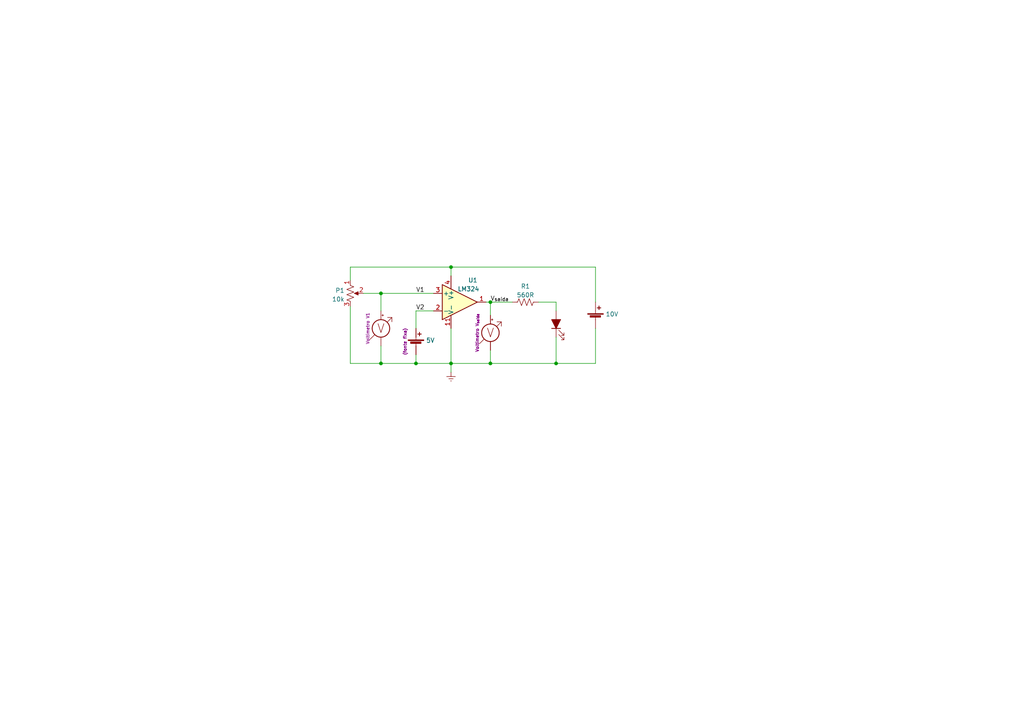
<source format=kicad_sch>
(kicad_sch (version 20211123) (generator eeschema)
  (paper "A4")
  (lib_symbols
    (symbol "Device:Battery_Cell" (pin_numbers hide) (pin_names (offset 0) hide)
      (property "Reference" "BT" (at 2.54 2.54 0))
      (property "Value" "Battery_Cell" (at 2.54 0 0))
      (symbol "Battery_Cell_0_1"
        (rectangle (start -2.286 1.778) (end 2.286 1.524) (fill (type outline)))
        (rectangle (start -1.5748 1.1938) (end 1.4732 0.6858) (fill (type outline)))
        (polyline (pts (xy 0 0.762) (xy 0 0)))
        (polyline (pts (xy 0 1.778) (xy 0 2.54)))
        (polyline (pts (xy 0.508 3.429) (xy 1.524 3.429)) (stroke (width 0.254)))
        (polyline (pts (xy 1.016 3.937) (xy 1.016 2.921)) (stroke (width 0.254)))
      )
      (symbol "Battery_Cell_1_1"
        (pin passive line (at 0 5.08 270) (length 2.54) (name "+") (number "1"))
        (pin passive line (at 0 -2.54 90) (length 2.54) (name "-") (number "2"))
      )
    )
    (symbol "Device:LED_Filled" (pin_numbers hide) (pin_names (offset 1.016) hide)
      (property "Reference" "D" (at 0 2.54 0))
      (property "Value" "LED_Filled" (at 0 -2.54 0))
      (symbol "LED_Filled_0_1"
        (polyline (pts (xy -1.27 -1.27) (xy -1.27 1.27)) (stroke (width 0.254)))
        (polyline (pts (xy -1.27 0) (xy 1.27 0)))
        (polyline (pts (xy 1.27 -1.27) (xy 1.27 1.27) (xy -1.27 0) (xy 1.27 -1.27)) (stroke (width 0.254)) (fill (type outline)))
        (polyline (pts (xy -3.048 -0.762) (xy -4.572 -2.286) (xy -3.81 -2.286) (xy -4.572 -2.286) (xy -4.572 -1.524)))
        (polyline (pts (xy -1.778 -0.762) (xy -3.302 -2.286) (xy -2.54 -2.286) (xy -3.302 -2.286) (xy -3.302 -1.524)))
      )
      (symbol "LED_Filled_1_1"
        (pin passive line (at -3.81 0 0) (length 2.54) (name "K") (number "1"))
        (pin passive line (at 3.81 0 180) (length 2.54) (name "A") (number "2"))
      )
    )
    (symbol "Device:R_Potentiometer_US" (pin_names (offset 1.016) hide)
      (property "Reference" "RV" (at -4.445 0 90))
      (property "Value" "R_Potentiometer_US" (at -2.54 0 90))
      (symbol "R_Potentiometer_US_0_1"
        (polyline (pts (xy 0 -2.286) (xy 0 -2.54)))
        (polyline (pts (xy 0 2.54) (xy 0 2.286)))
        (polyline (pts (xy 2.54 0) (xy 1.524 0)))
        (polyline (pts (xy 1.143 0) (xy 2.286 0.508) (xy 2.286 -0.508) (xy 1.143 0)) (fill (type outline)))
        (polyline (pts (xy 0 -0.762) (xy 1.016 -1.143) (xy 0 -1.524) (xy -1.016 -1.905) (xy 0 -2.286)))
        (polyline (pts (xy 0 0.762) (xy 1.016 0.381) (xy 0 0) (xy -1.016 -0.381) (xy 0 -0.762)))
        (polyline (pts (xy 0 2.286) (xy 1.016 1.905) (xy 0 1.524) (xy -1.016 1.143) (xy 0 0.762)))
      )
      (symbol "R_Potentiometer_US_1_1"
        (pin passive line (at 0 3.81 270) (length 1.27) (name "1") (number "1"))
        (pin passive line (at 3.81 0 180) (length 1.27) (name "2") (number "2"))
        (pin passive line (at 0 -3.81 90) (length 1.27) (name "3") (number "3"))
      )
    )
    (symbol "Device:R_US" (pin_numbers hide) (pin_names (offset 0))
      (property "Reference" "R" (at 2.54 0 90))
      (property "Value" "R_US" (at -2.54 0 90))
      (symbol "R_US_0_1"
        (polyline (pts (xy 0 -2.286) (xy 0 -2.54)))
        (polyline (pts (xy 0 2.286) (xy 0 2.54)))
        (polyline (pts (xy 0 -0.762) (xy 1.016 -1.143) (xy 0 -1.524) (xy -1.016 -1.905) (xy 0 -2.286)))
        (polyline (pts (xy 0 0.762) (xy 1.016 0.381) (xy 0 0) (xy -1.016 -0.381) (xy 0 -0.762)))
        (polyline (pts (xy 0 2.286) (xy 1.016 1.905) (xy 0 1.524) (xy -1.016 1.143) (xy 0 0.762)))
      )
      (symbol "R_US_1_1"
        (pin passive line (at 0 3.81 270) (length 1.27) (name "~") (number "1"))
        (pin passive line (at 0 -3.81 90) (length 1.27) (name "~") (number "2"))
      )
    )
    (symbol "Device:Voltmeter_DC" (pin_numbers hide) (pin_names (offset 0.0254) hide)
      (property "Reference" "MES" (at -3.302 1.016 0))
      (property "Value" "Voltmeter_DC" (at -3.302 -0.762 0))
      (symbol "Voltmeter_DC_0_0"
        (polyline (pts (xy -3.175 -3.175) (xy -1.905 -1.905)))
        (polyline (pts (xy 1.905 1.905) (xy 3.175 3.175)))
        (polyline (pts (xy 1.905 3.175) (xy 3.175 3.175) (xy 3.175 1.905)))
        (text "V" (at 0 0 0) (effects (font (size 2.54 2.54))))
      )
      (symbol "Voltmeter_DC_0_1"
        (polyline (pts (xy 0.254 3.81) (xy 0.762 3.81)))
        (polyline (pts (xy 0.508 4.064) (xy 0.508 3.556)))
        (circle (center 0 0) (radius 2.54) (stroke (width 0.254)))
      )
      (symbol "Voltmeter_DC_1_1"
        (pin passive line (at 0 -5.08 90) (length 2.54) (name "-") (number "1"))
        (pin passive line (at 0 5.08 270) (length 2.54) (name "+") (number "2"))
      )
    )
    (symbol "power:Earth" (power) (pin_names (offset 0))
      (symbol "Earth_0_1"
        (polyline (pts (xy -0.635 -1.905) (xy 0.635 -1.905)))
        (polyline (pts (xy -0.127 -2.54) (xy 0.127 -2.54)))
        (polyline (pts (xy 0 -1.27) (xy 0 0)))
        (polyline (pts (xy 1.27 -1.27) (xy -1.27 -1.27)))
      )
      (symbol "Earth_1_1"
        (pin power_in line (at 0 0 270) (length 0) hide (name "Earth") (number "1"))
      )
    )
    (symbol "pspice:OPAMP" (pin_names (offset 0.254))
      (property "Value" "OPAMP" (at 2.54 3.81 0))
      (symbol "OPAMP_0_1"
        (polyline (pts (xy 5.08 0) (xy -5.08 5.08) (xy -5.08 -5.08) (xy 5.08 0)) (stroke (width 0.254)) (fill (type background)))
      )
      (symbol "OPAMP_1_1"
        (pin output line (at 7.62 0 180) (length 2.54) (name "~") (number "1"))
        (pin power_in line (at -2.54 -7.62 90) (length 3.81) (name "V-") (number "11"))
        (pin input line (at -7.62 -2.54 0) (length 2.54) (name "-") (number "2"))
        (pin input line (at -7.62 2.54 0) (length 2.54) (name "+") (number "3"))
        (pin power_in line (at -2.54 7.62 270) (length 3.81) (name "V+") (number "4"))
      )
    )
  )
  (junction (at 110.49 85.09))
  (junction (at 130.81 105.41))
  (junction (at 142.24 87.63))
  (junction (at 161.29 105.41))
  (junction (at 120.65 105.41))
  (junction (at 110.49 105.41))
  (junction (at 142.24 105.41))
  (junction (at 130.81 77.47))
  (wire (pts (xy 142.24 87.63) (xy 142.24 91.44)))
  (wire (pts (xy 130.81 80.01) (xy 130.81 77.47)))
  (wire (pts (xy 140.97 87.63) (xy 142.24 87.63)))
  (wire (pts (xy 120.65 105.41) (xy 130.81 105.41)))
  (wire (pts (xy 130.81 105.41) (xy 142.24 105.41)))
  (wire (pts (xy 120.65 90.17) (xy 120.65 95.25)))
  (wire (pts (xy 105.41 85.09) (xy 110.49 85.09)))
  (wire (pts (xy 130.81 107.95) (xy 130.81 105.41)))
  (wire (pts (xy 110.49 85.09) (xy 125.73 85.09)))
  (wire (pts (xy 161.29 87.63) (xy 161.29 90.17)))
  (wire (pts (xy 110.49 85.09) (xy 110.49 90.17)))
  (wire (pts (xy 120.65 102.87) (xy 120.65 105.41)))
  (wire (pts (xy 172.72 95.25) (xy 172.72 105.41)))
  (wire (pts (xy 101.6 77.47) (xy 101.6 81.28)))
  (wire (pts (xy 130.81 77.47) (xy 172.72 77.47)))
  (wire (pts (xy 110.49 100.33) (xy 110.49 105.41)))
  (wire (pts (xy 142.24 101.6) (xy 142.24 105.41)))
  (wire (pts (xy 161.29 97.79) (xy 161.29 105.41)))
  (wire (pts (xy 101.6 88.9) (xy 101.6 105.41)))
  (wire (pts (xy 142.24 105.41) (xy 161.29 105.41)))
  (wire (pts (xy 125.73 90.17) (xy 120.65 90.17)))
  (wire (pts (xy 142.24 87.63) (xy 148.59 87.63)))
  (wire (pts (xy 130.81 77.47) (xy 101.6 77.47)))
  (wire (pts (xy 110.49 105.41) (xy 120.65 105.41)))
  (wire (pts (xy 156.21 87.63) (xy 161.29 87.63)))
  (wire (pts (xy 172.72 77.47) (xy 172.72 87.63)))
  (wire (pts (xy 130.81 95.25) (xy 130.81 105.41)))
  (wire (pts (xy 101.6 105.41) (xy 110.49 105.41)))
  (wire (pts (xy 161.29 105.41) (xy 172.72 105.41)))
  (label "V_{saída}" (at 142.24 87.63 0))
  (label "V1" (at 120.65 85.09 0))
  (label "V2" (at 120.65 90.17 0))
  (symbol (lib_id "Device:R_Potentiometer_US") (at 101.6 85.09 0) (unit 1)
    (property "Reference" "P1" (at 99.9491 84.2553 0) (effects (justify right)))
    (property "Value" "10k" (at 99.9491 86.7922 0) (effects (justify right)))
  )
  (symbol (lib_id "Device:Voltmeter_DC") (at 110.49 95.25 0) (unit 1)
    (property "Reference" "MES1" (effects hide))
    (property "Value" "Voltmeter_DC" (effects hide))
    (property "Observação" "Voltímetro V1" (at 106.68 95.25 90) (effects (font (size 0.889 0.889))))
  )
  (symbol (lib_id "pspice:OPAMP") (at 133.35 87.63 0) (unit 1)
    (property "Reference" "U1" (at 137.16 81.28 0))
    (property "Value" "LM324" (at 135.89 83.82 0))
  )
  (symbol (lib_id "Device:Battery_Cell") (at 172.72 92.71 0) (unit 1)
    (property "Reference" "BT2" (effects hide))
    (property "Value" "10V" (at 175.641 91.1118 0) (effects (justify left)))
    (property "Observação" "(fonte da bancada)" (effects hide))
  )
  (symbol (lib_id "Device:LED_Filled") (at 161.29 93.98 90) (unit 1)
    (property "Reference" "D1" (effects hide))
    (property "Value" "LED" (effects hide))
  )
  (symbol (lib_id "Device:R_US") (at 152.4 87.63 90) (unit 1)
    (property "Reference" "R1" (at 152.4 83.0412 90))
    (property "Value" "560R" (at 152.4 85.5781 90))
  )
  (symbol (lib_id "power:Earth") (at 130.81 107.95 0) (unit 1)
    (property "Reference" "#PWR01" (effects hide))
    (property "Value" "Earth" (effects hide))
  )
  (symbol (lib_id "Device:Voltmeter_DC") (at 142.24 96.52 0) (unit 1)
    (property "Reference" "MES2" (effects hide))
    (property "Value" "Voltmeter_DC" (effects hide))
    (property "Observação" "Voltímetro V_{saída}" (at 138.43 96.52 90) (effects (font (size 0.889 0.889))))
  )
  (symbol (lib_id "Device:Battery_Cell") (at 120.65 100.33 0) (unit 1)
    (property "Reference" "BT1" (effects hide))
    (property "Value" "5V" (at 123.571 98.7318 0) (effects (justify left)))
    (property "Observação" "(fonte fixa)" (at 117.475 99.06 90) (effects (font (size 0.889 0.889))))
  )
)
</source>
